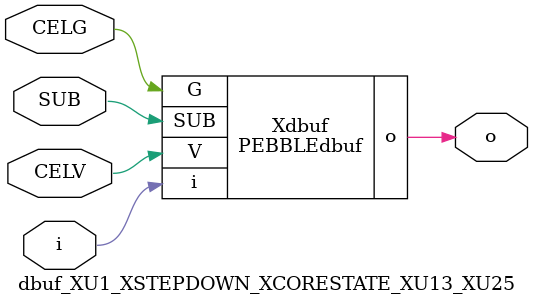
<source format=v>



module PEBBLEdbuf ( o, G, SUB, V, i );

  input V;
  input i;
  input G;
  output o;
  input SUB;
endmodule

//Celera Confidential Do Not Copy dbuf_XU1_XSTEPDOWN_XCORESTATE_XU13_XU25
//Celera Confidential Symbol Generator
//Digital Buffer
module dbuf_XU1_XSTEPDOWN_XCORESTATE_XU13_XU25 (CELV,CELG,i,o,SUB);
input CELV;
input CELG;
input i;
input SUB;
output o;

//Celera Confidential Do Not Copy dbuf
PEBBLEdbuf Xdbuf(
.V (CELV),
.i (i),
.o (o),
.SUB (SUB),
.G (CELG)
);
//,diesize,PEBBLEdbuf

//Celera Confidential Do Not Copy Module End
//Celera Schematic Generator
endmodule

</source>
